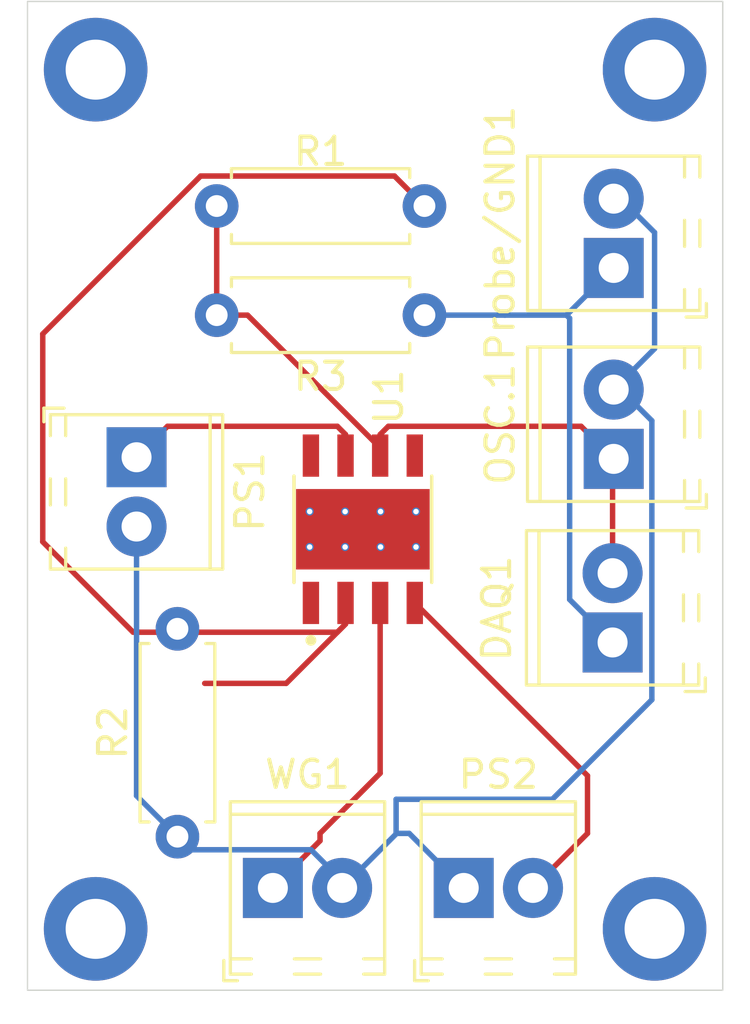
<source format=kicad_pcb>
(kicad_pcb (version 20240108) (generator "pcbnew") (generator_version "8.0")
  (layers (0 "F.Cu" signal) (31 "B.Cu" signal) (34 "B.Paste" user) (35 "F.Paste" user) (36 "B.SilkS" user "B.Silkscreen") (37 "F.SilkS" user "F.Silkscreen") (38 "B.Mask" user) (39 "F.Mask" user) (44 "Edge.Cuts" user))
  (net 0 "")
  (net 1 "Net-(DAQ1-Pin_1)")
  (net 2 "Net-(DAQ1-Pin_2)")
  (net 3 "Net-(OSC.1-Pin_2)")
  (net 4 "Net-(PS1-Pin_1)")
  (net 5 "Net-(PS2-Pin_2)")
  (net 6 "Net-(U1-+)")
  (net 7 "Net-(U1--)")
  (footprint "Resistor_THT:R_Axial_DIN0207_L6.3mm_D2.5mm_P7.62mm_Horizontal" (layer "F.Cu") (at 74.56 47.5 180)
    (property "Reference" "R1" (at 3.81 2 180) (layer "F.SilkS"))
    (property "Value" "5.1 ohms")
    (fp_line (start 7.08 1.37) (end 7.08 1.04) (stroke (width 0.12)) (layer "F.SilkS"))
    (fp_line (start 7.08 -1.37) (end 7.08 -1.04) (stroke (width 0.12)) (layer "F.SilkS"))
    (fp_line (start 0.54 1.37) (end 7.08 1.37) (stroke (width 0.12)) (layer "F.SilkS"))
    (fp_line (start 0.54 1.04) (end 0.54 1.37) (stroke (width 0.12)) (layer "F.SilkS"))
    (fp_line (start 0.54 -1.04) (end 0.54 -1.37) (stroke (width 0.12)) (layer "F.SilkS"))
    (fp_line (start 0.54 -1.37) (end 7.08 -1.37) (stroke (width 0.12)) (layer "F.SilkS"))
    (pad "1" thru_hole circle (at 0 0 180) (size 1.6 1.6) (drill 0.8) (layers "*.Cu" "*.Mask") (net 7 "Net-(U1--)"))
    (pad "2" thru_hole oval (at 7.62 0 180) (size 1.6 1.6) (drill 0.8) (layers "*.Cu" "*.Mask") (net 2 "Net-(DAQ1-Pin_2)"))
  )
  (footprint "MountingHole:MountingHole_2.2mm_M2_DIN965_Pad" (layer "F.Cu") (at 83 42.5)
    (property "Reference" "REF**" (hide yes))
    (property "Value" "MountingHole_2.2mm_M2_DIN965_Pad" (hide yes))
    (pad "1" thru_hole circle (at 0 0) (size 3.8 3.8) (drill 2.2) (layers "*.Cu" "*.Mask"))
  )
  (footprint "Resistor_THT:R_Axial_DIN0207_L6.3mm_D2.5mm_P7.62mm_Horizontal" (layer "F.Cu") (at 66.94 51.5)
    (property "Reference" "R3" (at 3.81 2.25 0) (layer "F.SilkS"))
    (property "Value" "x ohms")
    (fp_line (start 0.54 -1.37) (end 7.08 -1.37) (stroke (width 0.12)) (layer "F.SilkS"))
    (fp_line (start 0.54 -1.04) (end 0.54 -1.37) (stroke (width 0.12)) (layer "F.SilkS"))
    (fp_line (start 0.54 1.04) (end 0.54 1.37) (stroke (width 0.12)) (layer "F.SilkS"))
    (fp_line (start 0.54 1.37) (end 7.08 1.37) (stroke (width 0.12)) (layer "F.SilkS"))
    (fp_line (start 7.08 -1.37) (end 7.08 -1.04) (stroke (width 0.12)) (layer "F.SilkS"))
    (fp_line (start 7.08 1.37) (end 7.08 1.04) (stroke (width 0.12)) (layer "F.SilkS"))
    (pad "1" thru_hole circle (at 0 0) (size 1.6 1.6) (drill 0.8) (layers "*.Cu" "*.Mask") (net 2 "Net-(DAQ1-Pin_2)"))
    (pad "2" thru_hole oval (at 7.62 0) (size 1.6 1.6) (drill 0.8) (layers "*.Cu" "*.Mask") (net 1 "Net-(DAQ1-Pin_1)"))
  )
  (footprint "TerminalBlock_Phoenix:TerminalBlock_Phoenix_MPT-0,5-2-2.54_1x02_P2.54mm_Horizontal" (layer "F.Cu") (at 76 72.5)
    (property "Reference" "PS2" (at 1.27 -4.16 0) (layer "F.SilkS"))
    (property "Value" "Screw_Terminal_01x02")
    (fp_line (start -1.8 2.66) (end -1.8 3.4) (stroke (width 0.12)) (layer "F.SilkS"))
    (fp_line (start -1.8 3.4) (end -1.3 3.4) (stroke (width 0.12)) (layer "F.SilkS"))
    (fp_line (start -1.56 -3.16) (end -1.56 3.16) (stroke (width 0.12)) (layer "F.SilkS"))
    (fp_line (start -1.56 -3.16) (end 4.1 -3.16) (stroke (width 0.12)) (layer "F.SilkS"))
    (fp_line (start -1.56 -2.7) (end 4.1 -2.7) (stroke (width 0.12)) (layer "F.SilkS"))
    (fp_line (start -1.56 2.6) (end -0.79 2.6) (stroke (width 0.12)) (layer "F.SilkS"))
    (fp_line (start -1.56 3.16) (end -0.79 3.16) (stroke (width 0.12)) (layer "F.SilkS"))
    (fp_line (start 0.79 2.6) (end 1.75 2.6) (stroke (width 0.12)) (layer "F.SilkS"))
    (fp_line (start 0.79 3.16) (end 1.75 3.16) (stroke (width 0.12)) (layer "F.SilkS"))
    (fp_line (start 3.33 2.6) (end 4.1 2.6) (stroke (width 0.12)) (layer "F.SilkS"))
    (fp_line (start 3.33 3.16) (end 4.1 3.16) (stroke (width 0.12)) (layer "F.SilkS"))
    (fp_line (start 4.1 -3.16) (end 4.1 3.16) (stroke (width 0.12)) (layer "F.SilkS"))
    (pad "" np_thru_hole circle (at 0 2.54) (size 1.1 1.1) (drill 1.1) (layers "*.Cu" "*.Mask"))
    (pad "" np_thru_hole circle (at 2.54 2.54) (size 1.1 1.1) (drill 1.1) (layers "*.Cu" "*.Mask"))
    (pad "1" thru_hole rect (at 0 0) (size 2.2 2.2) (drill 1.1) (layers "*.Cu" "*.Mask") (net 3 "Net-(OSC.1-Pin_2)"))
    (pad "2" thru_hole circle (at 2.54 0) (size 2.2 2.2) (drill 1.1) (layers "*.Cu" "*.Mask") (net 5 "Net-(PS2-Pin_2)"))
  )
  (footprint "Resistor_THT:R_Axial_DIN0207_L6.3mm_D2.5mm_P7.62mm_Horizontal" (layer "F.Cu") (at 65.5 70.62 90)
    (property "Reference" "R2" (at 3.81 -2.37 -90) (layer "F.SilkS"))
    (property "Value" "2 ohms")
    (fp_line (start 7.08 -1.37) (end 7.08 -1.04) (stroke (width 0.12)) (layer "F.SilkS"))
    (fp_line (start 0.54 -1.37) (end 7.08 -1.37) (stroke (width 0.12)) (layer "F.SilkS"))
    (fp_line (start 0.54 -1.04) (end 0.54 -1.37) (stroke (width 0.12)) (layer "F.SilkS"))
    (fp_line (start 0.54 1.04) (end 0.54 1.37) (stroke (width 0.12)) (layer "F.SilkS"))
    (fp_line (start 7.08 1.37) (end 7.08 1.04) (stroke (width 0.12)) (layer "F.SilkS"))
    (fp_line (start 0.54 1.37) (end 7.08 1.37) (stroke (width 0.12)) (layer "F.SilkS"))
    (pad "1" thru_hole circle (at 0 0 90) (size 1.6 1.6) (drill 0.8) (layers "*.Cu" "*.Mask") (net 3 "Net-(OSC.1-Pin_2)"))
    (pad "2" thru_hole oval (at 7.62 0 90) (size 1.6 1.6) (drill 0.8) (layers "*.Cu" "*.Mask") (net 7 "Net-(U1--)"))
  )
  (footprint "TerminalBlock_Phoenix:TerminalBlock_Phoenix_MPT-0,5-2-2.54_1x02_P2.54mm_Horizontal" (layer "F.Cu") (at 81.5 56.77 90)
    (property "Reference" "OSC.1" (at 1.27 -4.16 -90) (layer "F.SilkS"))
    (property "Value" "Screw_Terminal_01x02")
    (fp_line (start 4.1 -3.16) (end 4.1 3.16) (stroke (width 0.12)) (layer "F.SilkS"))
    (fp_line (start -1.56 -3.16) (end 4.1 -3.16) (stroke (width 0.12)) (layer "F.SilkS"))
    (fp_line (start -1.56 -3.16) (end -1.56 3.16) (stroke (width 0.12)) (layer "F.SilkS"))
    (fp_line (start -1.56 -2.7) (end 4.1 -2.7) (stroke (width 0.12)) (layer "F.SilkS"))
    (fp_line (start 3.33 2.6) (end 4.1 2.6) (stroke (width 0.12)) (layer "F.SilkS"))
    (fp_line (start 0.79 2.6) (end 1.75 2.6) (stroke (width 0.12)) (layer "F.SilkS"))
    (fp_line (start -1.56 2.6) (end -0.79 2.6) (stroke (width 0.12)) (layer "F.SilkS"))
    (fp_line (start -1.8 2.66) (end -1.8 3.4) (stroke (width 0.12)) (layer "F.SilkS"))
    (fp_line (start 3.33 3.16) (end 4.1 3.16) (stroke (width 0.12)) (layer "F.SilkS"))
    (fp_line (start 0.79 3.16) (end 1.75 3.16) (stroke (width 0.12)) (layer "F.SilkS"))
    (fp_line (start -1.56 3.16) (end -0.79 3.16) (stroke (width 0.12)) (layer "F.SilkS"))
    (fp_line (start -1.8 3.4) (end -1.3 3.4) (stroke (width 0.12)) (layer "F.SilkS"))
    (pad "" np_thru_hole circle (at 0 2.54 90) (size 1.1 1.1) (drill 1.1) (layers "*.Cu" "*.Mask"))
    (pad "" np_thru_hole circle (at 2.54 2.54 90) (size 1.1 1.1) (drill 1.1) (layers "*.Cu" "*.Mask"))
    (pad "1" thru_hole rect (at 0 0 90) (size 2.2 2.2) (drill 1.1) (layers "*.Cu" "*.Mask") (net 2 "Net-(DAQ1-Pin_2)"))
    (pad "2" thru_hole circle (at 2.54 0 90) (size 2.2 2.2) (drill 1.1) (layers "*.Cu" "*.Mask") (net 3 "Net-(OSC.1-Pin_2)"))
  )
  (footprint "TerminalBlock_Phoenix:TerminalBlock_Phoenix_MPT-0,5-2-2.54_1x02_P2.54mm_Horizontal" (layer "F.Cu") (at 81.46 63.5 90)
    (property "Reference" "DAQ1" (at 1.25 -4.25 -90) (layer "F.SilkS"))
    (property "Value" "Screw_Terminal_01x02")
    (fp_line (start 4.1 -3.16) (end 4.1 3.16) (stroke (width 0.12)) (layer "F.SilkS"))
    (fp_line (start -1.56 -3.16) (end 4.1 -3.16) (stroke (width 0.12)) (layer "F.SilkS"))
    (fp_line (start -1.56 -3.16) (end -1.56 3.16) (stroke (width 0.12)) (layer "F.SilkS"))
    (fp_line (start -1.56 -2.7) (end 4.1 -2.7) (stroke (width 0.12)) (layer "F.SilkS"))
    (fp_line (start 3.33 2.6) (end 4.1 2.6) (stroke (width 0.12)) (layer "F.SilkS"))
    (fp_line (start 0.79 2.6) (end 1.75 2.6) (stroke (width 0.12)) (layer "F.SilkS"))
    (fp_line (start -1.56 2.6) (end -0.79 2.6) (stroke (width 0.12)) (layer "F.SilkS"))
    (fp_line (start -1.8 2.66) (end -1.8 3.4) (stroke (width 0.12)) (layer "F.SilkS"))
    (fp_line (start 3.33 3.16) (end 4.1 3.16) (stroke (width 0.12)) (layer "F.SilkS"))
    (fp_line (start 0.79 3.16) (end 1.75 3.16) (stroke (width 0.12)) (layer "F.SilkS"))
    (fp_line (start -1.56 3.16) (end -0.79 3.16) (stroke (width 0.12)) (layer "F.SilkS"))
    (fp_line (start -1.8 3.4) (end -1.3 3.4) (stroke (width 0.12)) (layer "F.SilkS"))
    (pad "" np_thru_hole circle (at 0 2.54 90) (size 1.1 1.1) (drill 1.1) (layers "*.Cu" "*.Mask"))
    (pad "" np_thru_hole circle (at 2.54 2.54 90) (size 1.1 1.1) (drill 1.1) (layers "*.Cu" "*.Mask"))
    (pad "1" thru_hole rect (at 0 0 90) (size 2.2 2.2) (drill 1.1) (layers "*.Cu" "*.Mask") (net 1 "Net-(DAQ1-Pin_1)"))
    (pad "2" thru_hole circle (at 2.54 0 90) (size 2.2 2.2) (drill 1.1) (layers "*.Cu" "*.Mask") (net 2 "Net-(DAQ1-Pin_2)"))
  )
  (footprint "MountingHole:MountingHole_2.2mm_M2_DIN965_Pad" (layer "F.Cu") (at 83 74)
    (property "Reference" "REF**" (hide yes))
    (property "Value" "MountingHole_2.2mm_M2_DIN965_Pad" (hide yes))
    (pad "1" thru_hole circle (at 0 0) (size 3.8 3.8) (drill 2.2) (layers "*.Cu" "*.Mask"))
  )
  (footprint "OPA454AIDDA:VREG_LM5017MR_NOPB" (layer "F.Cu") (at 72.3 59.35 90)
    (property "Reference" "U1" (at 4.85 0.95 -90) (layer "F.SilkS"))
    (property "Value" "OPA454")
    (fp_line (start -1.95 -2.525) (end 1.95 -2.525) (stroke (width 0.127)) (layer "F.SilkS"))
    (fp_line (start -1.95 2.525) (end 1.95 2.525) (stroke (width 0.127)) (layer "F.SilkS"))
    (fp_circle (center -4.07 -1.905) (end -3.97 -1.905) (stroke (width 0.2)) (fill none) (layer "F.SilkS"))
    (pad "1" smd roundrect (at -2.7 -1.905 90) (size 1.55 0.6) (layers "F.Cu" "F.Paste") (roundrect_rratio 0.01))
    (pad "2" smd roundrect (at -2.7 -0.635 90) (size 1.55 0.6) (layers "F.Cu" "F.Paste") (roundrect_rratio 0.01) (net 7 "Net-(U1--)"))
    (pad "3" smd roundrect (at -2.7 0.635 90) (size 1.55 0.6) (layers "F.Cu" "F.Paste") (roundrect_rratio 0.01) (net 6 "Net-(U1-+)"))
    (pad "4" smd roundrect (at -2.7 1.905 90) (size 1.55 0.6) (layers "F.Cu" "F.Paste") (roundrect_rratio 0.01) (net 5 "Net-(PS2-Pin_2)"))
    (pad "5" smd roundrect (at 2.7 1.905 90) (size 1.55 0.6) (layers "F.Cu" "F.Paste") (roundrect_rratio 0.01))
    (pad "6" smd roundrect (at 2.7 0.635 90) (size 1.55 0.6) (layers "F.Cu" "F.Paste") (roundrect_rratio 0.01) (net 2 "Net-(DAQ1-Pin_2)"))
    (pad "7" smd roundrect (at 2.7 -0.635 90) (size 1.55 0.6) (layers "F.Cu" "F.Paste") (roundrect_rratio 0.01) (net 4 "Net-(PS1-Pin_1)"))
    (pad "8" smd roundrect (at 2.7 -1.905 90) (size 1.55 0.6) (layers "F.Cu" "F.Paste") (roundrect_rratio 0.01))
    (pad "9" smd rect (at 0 0 90) (size 2.95 4.9) (layers "F.Cu"))
    (pad "10" thru_hole circle (at -0.65 -1.95 90) (size 0.3 0.3) (drill 0.2) (layers "*.Cu" "*.Mask"))
    (pad "11" thru_hole circle (at 0.65 -1.95 90) (size 0.3 0.3) (drill 0.2) (layers "*.Cu" "*.Mask"))
    (pad "12" thru_hole circle (at -0.65 -0.65 90) (size 0.3 0.3) (drill 0.2) (layers "*.Cu" "*.Mask"))
    (pad "13" thru_hole circle (at 0.65 -0.65 90) (size 0.3 0.3) (drill 0.2) (layers "*.Cu" "*.Mask"))
    (pad "14" thru_hole circle (at -0.65 0.65 90) (size 0.3 0.3) (drill 0.2) (layers "*.Cu" "*.Mask"))
    (pad "15" thru_hole circle (at 0.65 0.65 90) (size 0.3 0.3) (drill 0.2) (layers "*.Cu" "*.Mask"))
    (pad "16" thru_hole circle (at -0.65 1.95 90) (size 0.3 0.3) (drill 0.2) (layers "*.Cu" "*.Mask"))
    (pad "17" thru_hole circle (at 0.65 1.95 90) (size 0.3 0.3) (drill 0.2) (layers "*.Cu" "*.Mask"))
  )
  (footprint "TerminalBlock_Phoenix:TerminalBlock_Phoenix_MPT-0,5-2-2.54_1x02_P2.54mm_Horizontal" (layer "F.Cu") (at 69 72.5)
    (property "Reference" "WG1" (at 1.27 -4.16 0) (layer "F.SilkS"))
    (property "Value" "Screw_Terminal_01x02")
    (fp_line (start -1.8 2.66) (end -1.8 3.4) (stroke (width 0.12)) (layer "F.SilkS"))
    (fp_line (start -1.8 3.4) (end -1.3 3.4) (stroke (width 0.12)) (layer "F.SilkS"))
    (fp_line (start -1.56 -3.16) (end -1.56 3.16) (stroke (width 0.12)) (layer "F.SilkS"))
    (fp_line (start -1.56 -3.16) (end 4.1 -3.16) (stroke (width 0.12)) (layer "F.SilkS"))
    (fp_line (start -1.56 -2.7) (end 4.1 -2.7) (stroke (width 0.12)) (layer "F.SilkS"))
    (fp_line (start -1.56 2.6) (end -0.79 2.6) (stroke (width 0.12)) (layer "F.SilkS"))
    (fp_line (start -1.56 3.16) (end -0.79 3.16) (stroke (width 0.12)) (layer "F.SilkS"))
    (fp_line (start 0.79 2.6) (end 1.75 2.6) (stroke (width 0.12)) (layer "F.SilkS"))
    (fp_line (start 0.79 3.16) (end 1.75 3.16) (stroke (width 0.12)) (layer "F.SilkS"))
    (fp_line (start 3.33 2.6) (end 4.1 2.6) (stroke (width 0.12)) (layer "F.SilkS"))
    (fp_line (start 3.33 3.16) (end 4.1 3.16) (stroke (width 0.12)) (layer "F.SilkS"))
    (fp_line (start 4.1 -3.16) (end 4.1 3.16) (stroke (width 0.12)) (layer "F.SilkS"))
    (pad "" np_thru_hole circle (at 0 2.54) (size 1.1 1.1) (drill 1.1) (layers "*.Cu" "*.Mask"))
    (pad "" np_thru_hole circle (at 2.54 2.54) (size 1.1 1.1) (drill 1.1) (layers "*.Cu" "*.Mask"))
    (pad "1" thru_hole rect (at 0 0) (size 2.2 2.2) (drill 1.1) (layers "*.Cu" "*.Mask") (net 6 "Net-(U1-+)"))
    (pad "2" thru_hole circle (at 2.54 0) (size 2.2 2.2) (drill 1.1) (layers "*.Cu" "*.Mask") (net 3 "Net-(OSC.1-Pin_2)"))
  )
  (footprint "MountingHole:MountingHole_2.2mm_M2_DIN965_Pad" (layer "F.Cu") (at 62.5 74)
    (property "Reference" "REF**" (hide yes))
    (property "Value" "MountingHole_2.2mm_M2_DIN965_Pad" (hide yes))
    (pad "1" thru_hole circle (at 0 0) (size 3.8 3.8) (drill 2.2) (layers "*.Cu" "*.Mask"))
  )
  (footprint "TerminalBlock_Phoenix:TerminalBlock_Phoenix_MPT-0,5-2-2.54_1x02_P2.54mm_Horizontal" (layer "F.Cu") (at 64 56.71 -90)
    (property "Reference" "PS1" (at 1.27 -4.16 90) (layer "F.SilkS"))
    (property "Value" "Screw_Terminal_01x02")
    (fp_line (start -1.8 3.4) (end -1.3 3.4) (stroke (width 0.12)) (layer "F.SilkS"))
    (fp_line (start -1.56 3.16) (end -0.79 3.16) (stroke (width 0.12)) (layer "F.SilkS"))
    (fp_line (start 0.79 3.16) (end 1.75 3.16) (stroke (width 0.12)) (layer "F.SilkS"))
    (fp_line (start 3.33 3.16) (end 4.1 3.16) (stroke (width 0.12)) (layer "F.SilkS"))
    (fp_line (start -1.8 2.66) (end -1.8 3.4) (stroke (width 0.12)) (layer "F.SilkS"))
    (fp_line (start -1.56 2.6) (end -0.79 2.6) (stroke (width 0.12)) (layer "F.SilkS"))
    (fp_line (start 0.79 2.6) (end 1.75 2.6) (stroke (width 0.12)) (layer "F.SilkS"))
    (fp_line (start 3.33 2.6) (end 4.1 2.6) (stroke (width 0.12)) (layer "F.SilkS"))
    (fp_line (start -1.56 -2.7) (end 4.1 -2.7) (stroke (width 0.12)) (layer "F.SilkS"))
    (fp_line (start -1.56 -3.16) (end -1.56 3.16) (stroke (width 0.12)) (layer "F.SilkS"))
    (fp_line (start -1.56 -3.16) (end 4.1 -3.16) (stroke (width 0.12)) (layer "F.SilkS"))
    (fp_line (start 4.1 -3.16) (end 4.1 3.16) (stroke (width 0.12)) (layer "F.SilkS"))
    (pad "" np_thru_hole circle (at 0 2.54 270) (size 1.1 1.1) (drill 1.1) (layers "*.Cu" "*.Mask"))
    (pad "" np_thru_hole circle (at 2.54 2.54 270) (size 1.1 1.1) (drill 1.1) (layers "*.Cu" "*.Mask"))
    (pad "1" thru_hole rect (at 0 0 270) (size 2.2 2.2) (drill 1.1) (layers "*.Cu" "*.Mask") (net 4 "Net-(PS1-Pin_1)"))
    (pad "2" thru_hole circle (at 2.54 0 270) (size 2.2 2.2) (drill 1.1) (layers "*.Cu" "*.Mask") (net 3 "Net-(OSC.1-Pin_2)"))
  )
  (footprint "MountingHole:MountingHole_2.2mm_M2_DIN965_Pad" (layer "F.Cu") (at 62.5 42.5)
    (property "Reference" "REF**" (hide yes))
    (property "Value" "MountingHole_2.2mm_M2_DIN965_Pad" (hide yes))
    (pad "1" thru_hole circle (at 0 0) (size 3.8 3.8) (drill 2.2) (layers "*.Cu" "*.Mask"))
  )
  (footprint "TerminalBlock_Phoenix:TerminalBlock_Phoenix_MPT-0,5-2-2.54_1x02_P2.54mm_Horizontal" (layer "F.Cu") (at 81.5 49.77 90)
    (property "Reference" "Probe/GND1" (at 1.27 -4.16 -90) (layer "F.SilkS"))
    (property "Value" "Screw_Terminal_01x02")
    (fp_line (start 4.1 -3.16) (end 4.1 3.16) (stroke (width 0.12)) (layer "F.SilkS"))
    (fp_line (start -1.56 -3.16) (end 4.1 -3.16) (stroke (width 0.12)) (layer "F.SilkS"))
    (fp_line (start -1.56 -3.16) (end -1.56 3.16) (stroke (width 0.12)) (layer "F.SilkS"))
    (fp_line (start -1.56 -2.7) (end 4.1 -2.7) (stroke (width 0.12)) (layer "F.SilkS"))
    (fp_line (start 3.33 2.6) (end 4.1 2.6) (stroke (width 0.12)) (layer "F.SilkS"))
    (fp_line (start 0.79 2.6) (end 1.75 2.6) (stroke (width 0.12)) (layer "F.SilkS"))
    (fp_line (start -1.56 2.6) (end -0.79 2.6) (stroke (width 0.12)) (layer "F.SilkS"))
    (fp_line (start -1.8 2.66) (end -1.8 3.4) (stroke (width 0.12)) (layer "F.SilkS"))
    (fp_line (start 3.33 3.16) (end 4.1 3.16) (stroke (width 0.12)) (layer "F.SilkS"))
    (fp_line (start 0.79 3.16) (end 1.75 3.16) (stroke (width 0.12)) (layer "F.SilkS"))
    (fp_line (start -1.56 3.16) (end -0.79 3.16) (stroke (width 0.12)) (layer "F.SilkS"))
    (fp_line (start -1.8 3.4) (end -1.3 3.4) (stroke (width 0.12)) (layer "F.SilkS"))
    (pad "" np_thru_hole circle (at 0 2.54 90) (size 1.1 1.1) (drill 1.1) (layers "*.Cu" "*.Mask"))
    (pad "" np_thru_hole circle (at 2.54 2.54 90) (size 1.1 1.1) (drill 1.1) (layers "*.Cu" "*.Mask"))
    (pad "1" thru_hole rect (at 0 0 90) (size 2.2 2.2) (drill 1.1) (layers "*.Cu" "*.Mask") (net 1 "Net-(DAQ1-Pin_1)"))
    (pad "2" thru_hole circle (at 2.54 0 90) (size 2.2 2.2) (drill 1.1) (layers "*.Cu" "*.Mask") (net 3 "Net-(OSC.1-Pin_2)"))
  )
  (gr_rect (start 60 40) (end 85.5 76.25) (stroke (width 0.05)) (fill none) (layer "Edge.Cuts"))
  (segment (start 81.46 63.5) (end 79.885 61.925) (width 0.2) (layer "B.Cu") (net 1))
  (segment (start 79.77 51.5) (end 81.5 49.77) (width 0.2) (layer "B.Cu") (net 1))
  (segment (start 77.5 51.5) (end 77.52 51.5) (width 0.2) (layer "B.Cu") (net 1))
  (segment (start 79.885 51.615) (end 79.77 51.5) (width 0.2) (layer "B.Cu") (net 1))
  (segment (start 79.885 61.925) (end 79.885 51.615) (width 0.2) (layer "B.Cu") (net 1))
  (segment (start 74.56 51.5) (end 79.77 51.5) (width 0.2) (layer "B.Cu") (net 1))
  (segment (start 72.935 56.36363) (end 72.935 56.65) (width 0.2) (layer "F.Cu") (net 2))
  (segment (start 66.94 47.5) (end 66.94 51.5) (width 0.2) (layer "F.Cu") (net 2))
  (segment (start 72.935 56.65) (end 72.935 55.875001) (width 0.2) (layer "F.Cu") (net 2))
  (segment (start 72.935 55.875001) (end 73.235001 55.575) (width 0.2) (layer "F.Cu") (net 2))
  (segment (start 73.235001 55.575) (end 80.305 55.575) (width 0.2) (layer "F.Cu") (net 2))
  (segment (start 80.305 55.575) (end 81.5 56.77) (width 0.2) (layer "F.Cu") (net 2))
  (segment (start 81.46 60.96) (end 81.46 56.81) (width 0.2) (layer "F.Cu") (net 2))
  (segment (start 81.46 56.81) (end 81.5 56.77) (width 0.2) (layer "F.Cu") (net 2))
  (segment (start 68.07137 51.5) (end 72.935 56.36363) (width 0.2) (layer "F.Cu") (net 2))
  (segment (start 66.94 51.5) (end 68.07137 51.5) (width 0.2) (layer "F.Cu") (net 2))
  (segment (start 81.5 55.02) (end 81 55.02) (width 0.2) (layer "F.Cu") (net 3))
  (segment (start 79.25 69.25) (end 73.52 69.25) (width 0.2) (layer "B.Cu") (net 3))
  (segment (start 74 70.5) (end 76 72.5) (width 0.2) (layer "B.Cu") (net 3))
  (segment (start 71.54 72.24) (end 71.54 72.5) (width 0.2) (layer "B.Cu") (net 3))
  (segment (start 81.5 54.23) (end 81.76 54.23) (width 0.2) (layer "B.Cu") (net 3))
  (segment (start 82.9 55.37) (end 82.9 65.6) (width 0.2) (layer "B.Cu") (net 3))
  (segment (start 81.76 54.23) (end 82.9 55.37) (width 0.2) (layer "B.Cu") (net 3))
  (segment (start 81.5 47.23) (end 81.76 47.23) (width 0.2) (layer "B.Cu") (net 3))
  (segment (start 83 48.47) (end 83 52.73) (width 0.2) (layer "B.Cu") (net 3))
  (segment (start 65.5 70.62) (end 65.98 71.1) (width 0.2) (layer "B.Cu") (net 3))
  (segment (start 73.52 70.52) (end 71.54 72.5) (width 0.2) (layer "B.Cu") (net 3))
  (segment (start 81.76 47.23) (end 83 48.47) (width 0.2) (layer "B.Cu") (net 3))
  (segment (start 64 59.25) (end 64 69.12) (width 0.2) (layer "B.Cu") (net 3))
  (segment (start 83 52.73) (end 81.5 54.23) (width 0.2) (layer "B.Cu") (net 3))
  (segment (start 73.52 70.5) (end 73.52 70.52) (width 0.2) (layer "B.Cu") (net 3))
  (segment (start 65.98 71.1) (end 70.4 71.1) (width 0.2) (layer "B.Cu") (net 3))
  (segment (start 73.52 69.25) (end 73.52 70.5) (width 0.2) (layer "B.Cu") (net 3))
  (segment (start 82.9 65.6) (end 79.25 69.25) (width 0.2) (layer "B.Cu") (net 3))
  (segment (start 73.52 70.5) (end 74 70.5) (width 0.2) (layer "B.Cu") (net 3))
  (segment (start 64 69.12) (end 65.5 70.62) (width 0.2) (layer "B.Cu") (net 3))
  (segment (start 80.98 48.02) (end 81.5 48.02) (width 0.2) (layer "B.Cu") (net 3))
  (segment (start 70.4 71.1) (end 71.54 72.24) (width 0.2) (layer "B.Cu") (net 3))
  (segment (start 65.135 55.575) (end 64 56.71) (width 0.2) (layer "F.Cu") (net 4))
  (segment (start 71.665 55.875001) (end 71.364999 55.575) (width 0.2) (layer "F.Cu") (net 4))
  (segment (start 71.665 56.65) (end 71.665 55.875001) (width 0.2) (layer "F.Cu") (net 4))
  (segment (start 71.364999 55.575) (end 65.135 55.575) (width 0.2) (layer "F.Cu") (net 4))
  (segment (start 80.54 70.5) (end 78.54 72.5) (width 0.2) (layer "F.Cu") (net 5))
  (segment (start 74.205 62.05) (end 80.54 68.385) (width 0.2) (layer "F.Cu") (net 5))
  (segment (start 80.54 68.385) (end 80.54 70.5) (width 0.2) (layer "F.Cu") (net 5))
  (segment (start 70.73 70.5) (end 70.73 70.77) (width 0.2) (layer "F.Cu") (net 6))
  (segment (start 72.935 62.05) (end 72.935 68.295) (width 0.2) (layer "F.Cu") (net 6))
  (segment (start 70.73 70.77) (end 69 72.5) (width 0.2) (layer "F.Cu") (net 6))
  (segment (start 72.935 68.295) (end 70.73 70.5) (width 0.2) (layer "F.Cu") (net 6))
  (segment (start 66.35 46.4) (end 73.46 46.4) (width 0.2) (layer "F.Cu") (net 7))
  (segment (start 71.665 62.824999) (end 71.364999 63.125) (width 0.2) (layer "F.Cu") (net 7))
  (segment (start 71.665 62.824999) (end 69.489999 65) (width 0.2) (layer "F.Cu") (net 7))
  (segment (start 73.46 46.4) (end 74.56 47.5) (width 0.2) (layer "F.Cu") (net 7))
  (segment (start 63.875 63.125) (end 60.56 59.81) (width 0.2) (layer "F.Cu") (net 7))
  (segment (start 60.56 52.19) (end 66.35 46.4) (width 0.2) (layer "F.Cu") (net 7))
  (segment (start 69.489999 65) (end 66.5 65) (width 0.2) (layer "F.Cu") (net 7))
  (segment (start 71.364999 63.125) (end 63.875 63.125) (width 0.2) (layer "F.Cu") (net 7))
  (segment (start 60.56 59.81) (end 60.56 52.19) (width 0.2) (layer "F.Cu") (net 7))
  (segment (start 71.665 62.05) (end 71.665 62.824999) (width 0.2) (layer "F.Cu") (net 7))
)
</source>
